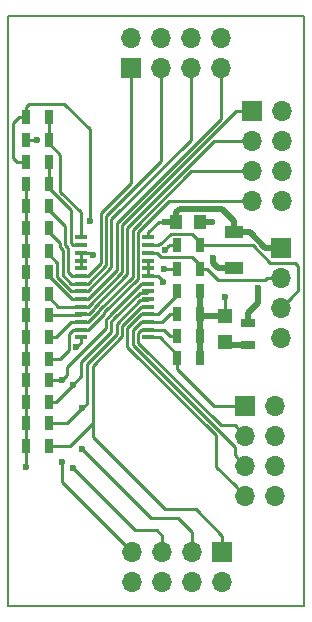
<source format=gtl>
G04 #@! TF.FileFunction,Copper,L1,Top,Signal*
%FSLAX46Y46*%
G04 Gerber Fmt 4.6, Leading zero omitted, Abs format (unit mm)*
G04 Created by KiCad (PCBNEW 4.0.2-stable) date 6/1/2017 8:35:31 PM*
%MOMM*%
G01*
G04 APERTURE LIST*
%ADD10C,0.100000*%
%ADD11C,0.150000*%
%ADD12R,1.000000X1.250000*%
%ADD13R,1.600000X1.000000*%
%ADD14R,0.700000X1.300000*%
%ADD15R,1.300000X0.700000*%
%ADD16R,1.100000X0.400000*%
%ADD17R,1.200000X1.200000*%
%ADD18R,1.700000X1.700000*%
%ADD19O,1.700000X1.700000*%
%ADD20C,0.600000*%
%ADD21C,0.250000*%
%ADD22C,0.500000*%
G04 APERTURE END LIST*
D10*
D11*
X125000000Y-100000000D02*
X100000000Y-100000000D01*
X125000000Y-150000000D02*
X125000000Y-100000000D01*
X100000000Y-150000000D02*
X125000000Y-150000000D01*
X100000000Y-100000000D02*
X100000000Y-150000000D01*
D12*
X114230400Y-117449600D03*
X116230400Y-117449600D03*
D13*
X119075200Y-118337200D03*
X119075200Y-121337200D03*
D14*
X101513600Y-116128800D03*
X103413600Y-116128800D03*
X101513600Y-118008400D03*
X103413600Y-118008400D03*
X101513600Y-119888000D03*
X103413600Y-119888000D03*
X101513600Y-121716800D03*
X103413600Y-121716800D03*
X103428800Y-112369600D03*
X101528800Y-112369600D03*
X103413600Y-108610400D03*
X101513600Y-108610400D03*
X103413600Y-110490000D03*
X101513600Y-110490000D03*
X103413600Y-114249200D03*
X101513600Y-114249200D03*
X101513600Y-123545600D03*
X103413600Y-123545600D03*
X101513600Y-125374400D03*
X103413600Y-125374400D03*
X101513600Y-127203200D03*
X103413600Y-127203200D03*
X101513600Y-129032000D03*
X103413600Y-129032000D03*
X116215200Y-128981200D03*
X114315200Y-128981200D03*
X116215200Y-127101600D03*
X114315200Y-127101600D03*
X116215200Y-125222000D03*
X114315200Y-125222000D03*
X116215200Y-123342400D03*
X114315200Y-123342400D03*
D15*
X120294400Y-125999200D03*
X120294400Y-127899200D03*
D14*
X114315200Y-119430800D03*
X116215200Y-119430800D03*
X114315200Y-121412000D03*
X116215200Y-121412000D03*
X101513600Y-136398000D03*
X103413600Y-136398000D03*
X101513600Y-134518400D03*
X103413600Y-134518400D03*
X101513600Y-132689600D03*
X103413600Y-132689600D03*
X101513600Y-130860800D03*
X103413600Y-130860800D03*
D16*
X106150000Y-118775000D03*
X106150000Y-119425000D03*
X106150000Y-120075000D03*
X106150000Y-120725000D03*
X106150000Y-121375000D03*
X106150000Y-122025000D03*
X106150000Y-122675000D03*
X106150000Y-123325000D03*
X106150000Y-123975000D03*
X106150000Y-124625000D03*
X106150000Y-125275000D03*
X106150000Y-125925000D03*
X106150000Y-126575000D03*
X106150000Y-127225000D03*
X111850000Y-127225000D03*
X111850000Y-126575000D03*
X111850000Y-125925000D03*
X111850000Y-125275000D03*
X111850000Y-124625000D03*
X111850000Y-123975000D03*
X111850000Y-123325000D03*
X111850000Y-122675000D03*
X111850000Y-122025000D03*
X111850000Y-121375000D03*
X111850000Y-120725000D03*
X111850000Y-120075000D03*
X111850000Y-119425000D03*
X111850000Y-118775000D03*
D17*
X118364000Y-127642800D03*
X118364000Y-125442800D03*
D18*
X110363000Y-104394000D03*
D19*
X110363000Y-101854000D03*
X112903000Y-104394000D03*
X112903000Y-101854000D03*
X115443000Y-104394000D03*
X115443000Y-101854000D03*
X117983000Y-104394000D03*
X117983000Y-101854000D03*
D18*
X120650000Y-108077000D03*
D19*
X123190000Y-108077000D03*
X120650000Y-110617000D03*
X123190000Y-110617000D03*
X120650000Y-113157000D03*
X123190000Y-113157000D03*
X120650000Y-115697000D03*
X123190000Y-115697000D03*
D18*
X120000000Y-133000000D03*
D19*
X122540000Y-133000000D03*
X120000000Y-135540000D03*
X122540000Y-135540000D03*
X120000000Y-138080000D03*
X122540000Y-138080000D03*
X120000000Y-140620000D03*
X122540000Y-140620000D03*
D18*
X118110000Y-145440400D03*
D19*
X118110000Y-147980400D03*
X115570000Y-145440400D03*
X115570000Y-147980400D03*
X113030000Y-145440400D03*
X113030000Y-147980400D03*
X110490000Y-145440400D03*
X110490000Y-147980400D03*
D18*
X123082000Y-119634000D03*
D19*
X123082000Y-122174000D03*
X123082000Y-124714000D03*
X123082000Y-127254000D03*
D20*
X113260148Y-119827780D03*
X113182400Y-121412000D03*
X113233200Y-117449600D03*
X106934000Y-117348000D03*
X121158000Y-123088400D03*
X113131600Y-122529600D03*
X105765600Y-128059400D03*
X117348000Y-120548400D03*
X117230400Y-117449600D03*
X101498400Y-138226800D03*
X102412800Y-110490000D03*
X118364000Y-123850400D03*
X107199900Y-120243600D03*
X106222800Y-136652000D03*
X106222800Y-133248400D03*
X105460800Y-138277600D03*
X105460800Y-131242400D03*
X104546400Y-137769600D03*
X104546400Y-130860800D03*
D21*
X111850000Y-118775000D02*
X111850000Y-118325000D01*
X111850000Y-118325000D02*
X112725400Y-117449600D01*
X112725400Y-117449600D02*
X113233200Y-117449600D01*
X113657128Y-119430800D02*
X113560147Y-119527781D01*
X113560147Y-119527781D02*
X113260148Y-119827780D01*
X114315200Y-119430800D02*
X113657128Y-119430800D01*
X114315200Y-121412000D02*
X113182400Y-121412000D01*
D22*
X121732000Y-119634000D02*
X120435200Y-118337200D01*
X120435200Y-118337200D02*
X119075200Y-118337200D01*
X113175400Y-117449600D02*
X114230400Y-117449600D01*
X114510600Y-116324600D02*
X114230400Y-116604800D01*
X114230400Y-116604800D02*
X114230400Y-117449600D01*
X119075200Y-118337200D02*
X119075200Y-117337200D01*
X119075200Y-117337200D02*
X118062600Y-116324600D01*
X118062600Y-116324600D02*
X114510600Y-116324600D01*
D21*
X106934000Y-109626400D02*
X106934000Y-117348000D01*
X104749600Y-107442000D02*
X106934000Y-109626400D01*
X101782000Y-107442000D02*
X104749600Y-107442000D01*
X101513600Y-108610400D02*
X101513600Y-107710400D01*
X101513600Y-107710400D02*
X101782000Y-107442000D01*
D22*
X121158000Y-124285600D02*
X121158000Y-123088400D01*
X120294400Y-125999200D02*
X120294400Y-125149200D01*
X120294400Y-125149200D02*
X121158000Y-124285600D01*
D21*
X101513600Y-108610400D02*
X100913600Y-108610400D01*
X100913600Y-108610400D02*
X100431600Y-109092400D01*
X100431600Y-109092400D02*
X100431600Y-112064800D01*
X100431600Y-112064800D02*
X100736400Y-112369600D01*
X100736400Y-112369600D02*
X101528800Y-112369600D01*
D22*
X123082000Y-119634000D02*
X121732000Y-119634000D01*
D21*
X111826800Y-118751800D02*
X111850000Y-118775000D01*
X122457200Y-120258800D02*
X123082000Y-119634000D01*
X112992399Y-122390399D02*
X113131600Y-122529600D01*
X112992399Y-122367399D02*
X112992399Y-122390399D01*
X106150000Y-127225000D02*
X106150000Y-127675000D01*
X106150000Y-127675000D02*
X105765600Y-128059400D01*
X101513600Y-134518400D02*
X101513600Y-136398000D01*
X101513600Y-132689600D02*
X101513600Y-134518400D01*
X101513600Y-130860800D02*
X101513600Y-132689600D01*
X101513600Y-129032000D02*
X101513600Y-130860800D01*
D22*
X117348000Y-120910000D02*
X117348000Y-120548400D01*
X119075200Y-121337200D02*
X117775200Y-121337200D01*
X117775200Y-121337200D02*
X117348000Y-120910000D01*
X116230400Y-117449600D02*
X117230400Y-117449600D01*
D21*
X111850000Y-122025000D02*
X112650000Y-122025000D01*
X112650000Y-122025000D02*
X112992399Y-122367399D01*
X101498400Y-137313200D02*
X101498400Y-138226800D01*
X101513600Y-136398000D02*
X101513600Y-137298000D01*
X101513600Y-137298000D02*
X101498400Y-137313200D01*
X102113600Y-110490000D02*
X102412800Y-110490000D01*
X101513600Y-110490000D02*
X102113600Y-110490000D01*
X101513600Y-114249200D02*
X101513600Y-116128800D01*
X118364000Y-124592800D02*
X118364000Y-123850400D01*
X118364000Y-125442800D02*
X118364000Y-124592800D01*
X107238800Y-120142000D02*
X107199900Y-120180900D01*
X107199900Y-120180900D02*
X107199900Y-120243600D01*
X107017000Y-120142000D02*
X107238800Y-120142000D01*
X106150000Y-120075000D02*
X106950000Y-120075000D01*
X106950000Y-120075000D02*
X107017000Y-120142000D01*
D22*
X118364000Y-125442800D02*
X116436000Y-125442800D01*
X116436000Y-125442800D02*
X116215200Y-125222000D01*
X116215200Y-127101600D02*
X116215200Y-128981200D01*
X116215200Y-125222000D02*
X116215200Y-127101600D01*
X116215200Y-123342400D02*
X116215200Y-125222000D01*
D21*
X101513600Y-116128800D02*
X101513600Y-118008400D01*
X101513600Y-118008400D02*
X101513600Y-119888000D01*
X101513600Y-119888000D02*
X101513600Y-121716800D01*
X101513600Y-121716800D02*
X101513600Y-123545600D01*
X101513600Y-123545600D02*
X101513600Y-125374400D01*
X101513600Y-125374400D02*
X101513600Y-127203200D01*
X101513600Y-127203200D02*
X101513600Y-129032000D01*
X111850000Y-120725000D02*
X111850000Y-121375000D01*
X111850000Y-121375000D02*
X111850000Y-122025000D01*
X106150000Y-120075000D02*
X106150000Y-120725000D01*
X106150000Y-120725000D02*
X106150000Y-121375000D01*
X110363000Y-114122200D02*
X110363000Y-105494000D01*
X107824922Y-116660278D02*
X110363000Y-114122200D01*
X106150000Y-122025000D02*
X106723711Y-122025000D01*
X110363000Y-105494000D02*
X110363000Y-104394000D01*
X106723711Y-122025000D02*
X107824922Y-120923789D01*
X107824922Y-120923789D02*
X107824922Y-116660278D01*
X105350000Y-122025000D02*
X106150000Y-122025000D01*
X104824988Y-119421401D02*
X105054399Y-119650812D01*
X103413600Y-116428800D02*
X104824988Y-117840188D01*
X103413600Y-116128800D02*
X103413600Y-116428800D01*
X105054399Y-121729399D02*
X105350000Y-122025000D01*
X105054399Y-119650812D02*
X105054399Y-121729399D01*
X104824988Y-117840188D02*
X104824988Y-119421401D01*
X106150000Y-122675000D02*
X106724415Y-122675000D01*
X112903000Y-112293400D02*
X112903000Y-105596081D01*
X108274933Y-116921467D02*
X112903000Y-112293400D01*
X108274933Y-121124482D02*
X108274933Y-116921467D01*
X106724415Y-122675000D02*
X108274933Y-121124482D01*
X112903000Y-105596081D02*
X112903000Y-104394000D01*
X105350000Y-122675000D02*
X106150000Y-122675000D01*
X105325389Y-122675000D02*
X105350000Y-122675000D01*
X104604389Y-121954000D02*
X105325389Y-122675000D01*
X103413600Y-118308400D02*
X104374977Y-119269777D01*
X104604388Y-119837212D02*
X104604389Y-121954000D01*
X104374977Y-119607801D02*
X104604388Y-119837212D01*
X104374977Y-119269777D02*
X104374977Y-119607801D01*
X103413600Y-118008400D02*
X103413600Y-118308400D01*
X115443000Y-105596081D02*
X115443000Y-104394000D01*
X115443000Y-110515400D02*
X115443000Y-105596081D01*
X106710826Y-123325000D02*
X108724944Y-121310882D01*
X106150000Y-123325000D02*
X106710826Y-123325000D01*
X108724944Y-121310882D02*
X108724944Y-117233456D01*
X108724944Y-117233456D02*
X115443000Y-110515400D01*
X105338978Y-123325000D02*
X105350000Y-123325000D01*
X103413600Y-119888000D02*
X103413600Y-120188000D01*
X103413600Y-120188000D02*
X104147189Y-120921589D01*
X104147189Y-122133211D02*
X105338978Y-123325000D01*
X104147189Y-120921589D02*
X104147189Y-122133211D01*
X105350000Y-123325000D02*
X106150000Y-123325000D01*
X109174955Y-117569399D02*
X117983000Y-108761354D01*
X117983000Y-105596081D02*
X117983000Y-104394000D01*
X117983000Y-108761354D02*
X117983000Y-105596081D01*
X109174955Y-121523370D02*
X109174955Y-117569399D01*
X106723325Y-123975000D02*
X109174955Y-121523370D01*
X106150000Y-123975000D02*
X106723325Y-123975000D01*
X105350000Y-123975000D02*
X106150000Y-123975000D01*
X103413600Y-122038600D02*
X105350000Y-123975000D01*
X103413600Y-121716800D02*
X103413600Y-122038600D01*
X105464998Y-119425000D02*
X106150000Y-119425000D01*
X105274999Y-116410599D02*
X105274999Y-119235001D01*
X105274999Y-119235001D02*
X105464998Y-119425000D01*
X103413600Y-114549200D02*
X105274999Y-116410599D01*
X103413600Y-114249200D02*
X103413600Y-114549200D01*
X103413600Y-114249200D02*
X103413600Y-112384800D01*
X103413600Y-112384800D02*
X103428800Y-112369600D01*
X104394000Y-111770400D02*
X104394000Y-114887787D01*
X104394000Y-114887787D02*
X106150000Y-116643787D01*
X106150000Y-116643787D02*
X106150000Y-118325000D01*
X106150000Y-118325000D02*
X106150000Y-118775000D01*
X103413600Y-110490000D02*
X103413600Y-110790000D01*
X103413600Y-110790000D02*
X104394000Y-111770400D01*
X103413600Y-110490000D02*
X103413600Y-108610400D01*
X119303766Y-108077000D02*
X119550000Y-108077000D01*
X106709736Y-124625000D02*
X109624966Y-121709770D01*
X106150000Y-124625000D02*
X106709736Y-124625000D01*
X109624966Y-117755799D02*
X119303766Y-108077000D01*
X109624966Y-121709770D02*
X109624966Y-117755799D01*
X119550000Y-108077000D02*
X120650000Y-108077000D01*
X105350000Y-124625000D02*
X106150000Y-124625000D01*
X104193000Y-124625000D02*
X105350000Y-124625000D01*
X103413600Y-123845600D02*
X104193000Y-124625000D01*
X103413600Y-123545600D02*
X103413600Y-123845600D01*
X110074977Y-121896170D02*
X110074977Y-117942199D01*
X106150000Y-125275000D02*
X106797746Y-125275000D01*
X119447919Y-110617000D02*
X120650000Y-110617000D01*
X117400176Y-110617000D02*
X119447919Y-110617000D01*
X110074977Y-117942199D02*
X117400176Y-110617000D01*
X107223947Y-124747199D02*
X110074977Y-121896170D01*
X106797746Y-125275000D02*
X107223947Y-124848799D01*
X107223947Y-124848799D02*
X107223947Y-124747199D01*
X103413600Y-125374400D02*
X106050600Y-125374400D01*
X106050600Y-125374400D02*
X106150000Y-125275000D01*
X106150000Y-125925000D02*
X106784157Y-125925000D01*
X106784157Y-125925000D02*
X107673958Y-125035199D01*
X107673958Y-125035199D02*
X107673958Y-124933599D01*
X107673958Y-124933599D02*
X110524988Y-122082570D01*
X110524988Y-122082570D02*
X110524988Y-118128599D01*
X115496587Y-113157000D02*
X119447919Y-113157000D01*
X110524988Y-118128599D02*
X115496587Y-113157000D01*
X119447919Y-113157000D02*
X120650000Y-113157000D01*
X103413600Y-127203200D02*
X104013600Y-127203200D01*
X104013600Y-127203200D02*
X105291800Y-125925000D01*
X105291800Y-125925000D02*
X105350000Y-125925000D01*
X105350000Y-125925000D02*
X106150000Y-125925000D01*
X106150000Y-126575000D02*
X106770567Y-126575000D01*
X113592998Y-115697000D02*
X119447919Y-115697000D01*
X110974999Y-118314999D02*
X113592998Y-115697000D01*
X106770567Y-126575000D02*
X108123969Y-125221599D01*
X108123969Y-125221599D02*
X108123969Y-125119999D01*
X110974999Y-122268970D02*
X110974999Y-118314999D01*
X119447919Y-115697000D02*
X120650000Y-115697000D01*
X108123969Y-125119999D02*
X110974999Y-122268970D01*
X103413600Y-129032000D02*
X104343200Y-129032000D01*
X105479400Y-126575000D02*
X106150000Y-126575000D01*
X105105200Y-126949200D02*
X105479400Y-126575000D01*
X105105200Y-128270000D02*
X105105200Y-126949200D01*
X104343200Y-129032000D02*
X105105200Y-128270000D01*
X114315200Y-128981200D02*
X114315200Y-129881200D01*
X114315200Y-129881200D02*
X117434000Y-133000000D01*
X117434000Y-133000000D02*
X118900000Y-133000000D01*
X118900000Y-133000000D02*
X120000000Y-133000000D01*
X114315200Y-128981200D02*
X114315200Y-128681200D01*
X114315200Y-128681200D02*
X112859000Y-127225000D01*
X112859000Y-127225000D02*
X112650000Y-127225000D01*
X112650000Y-127225000D02*
X111850000Y-127225000D01*
X110974999Y-126825442D02*
X110974999Y-127685001D01*
X110974999Y-127685001D02*
X117979999Y-134690001D01*
X117979999Y-134690001D02*
X119150001Y-134690001D01*
X111225442Y-126575000D02*
X110974999Y-126825442D01*
X119150001Y-134690001D02*
X120000000Y-135540000D01*
X111850000Y-126575000D02*
X111225442Y-126575000D01*
X114315200Y-127101600D02*
X113715200Y-127101600D01*
X112650000Y-126575000D02*
X111850000Y-126575000D01*
X113715200Y-127101600D02*
X113188600Y-126575000D01*
X113188600Y-126575000D02*
X112650000Y-126575000D01*
X110524988Y-127871401D02*
X119150001Y-136496413D01*
X111850000Y-125925000D02*
X111239031Y-125925000D01*
X111239031Y-125925000D02*
X110524988Y-126639042D01*
X119150001Y-137230001D02*
X120000000Y-138080000D01*
X110524988Y-126639042D02*
X110524988Y-127871401D01*
X119150001Y-136496413D02*
X119150001Y-137230001D01*
X114315200Y-125222000D02*
X113715200Y-125222000D01*
X113715200Y-125222000D02*
X113012200Y-125925000D01*
X113012200Y-125925000D02*
X112650000Y-125925000D01*
X112650000Y-125925000D02*
X111850000Y-125925000D01*
X111252620Y-125275000D02*
X110074977Y-126452644D01*
X110074977Y-128057801D02*
X117551200Y-135534023D01*
X110074977Y-126452644D02*
X110074977Y-128057801D01*
X119150001Y-139770001D02*
X120000000Y-140620000D01*
X111850000Y-125275000D02*
X111252620Y-125275000D01*
X117551200Y-138171200D02*
X119150001Y-139770001D01*
X117551200Y-135534023D02*
X117551200Y-138171200D01*
X114315200Y-123342400D02*
X114315200Y-123642400D01*
X114315200Y-123642400D02*
X112682600Y-125275000D01*
X112682600Y-125275000D02*
X112650000Y-125275000D01*
X112650000Y-125275000D02*
X111850000Y-125275000D01*
D22*
X120294400Y-127899200D02*
X118620400Y-127899200D01*
X118620400Y-127899200D02*
X118364000Y-127642800D01*
D21*
X115540199Y-118455799D02*
X116215200Y-119130800D01*
X112650000Y-119425000D02*
X112724991Y-119350009D01*
X113751389Y-118455799D02*
X115540199Y-118455799D01*
X112724991Y-119350009D02*
X112857179Y-119350009D01*
X111850000Y-119425000D02*
X112650000Y-119425000D01*
X116215200Y-119130800D02*
X116215200Y-119430800D01*
X112857179Y-119350009D02*
X113751389Y-118455799D01*
X123931999Y-123864001D02*
X123082000Y-124714000D01*
X124561600Y-123234400D02*
X123931999Y-123864001D01*
X124561600Y-121208800D02*
X124561600Y-123234400D01*
X120700800Y-119430800D02*
X122174000Y-120904000D01*
X122174000Y-120904000D02*
X124256800Y-120904000D01*
X116215200Y-119430800D02*
X120700800Y-119430800D01*
X124256800Y-120904000D02*
X124561600Y-121208800D01*
X113560150Y-120452782D02*
X113575933Y-120436999D01*
X111850000Y-120075000D02*
X112582364Y-120075000D01*
X113575933Y-120436999D02*
X115540199Y-120436999D01*
X116215200Y-121112000D02*
X116215200Y-121412000D01*
X115540199Y-120436999D02*
X116215200Y-121112000D01*
X112582364Y-120075000D02*
X112960146Y-120452782D01*
X112960146Y-120452782D02*
X113560150Y-120452782D01*
X116215200Y-121412000D02*
X116815200Y-121412000D01*
X116815200Y-121412000D02*
X117737812Y-122334612D01*
X117737812Y-122334612D02*
X121719307Y-122334612D01*
X121879919Y-122174000D02*
X123082000Y-122174000D01*
X121719307Y-122334612D02*
X121879919Y-122174000D01*
X115874800Y-141782800D02*
X118110000Y-144018000D01*
X118110000Y-144018000D02*
X118110000Y-145440400D01*
X113233200Y-141782800D02*
X115874800Y-141782800D01*
X107137200Y-135686800D02*
X113233200Y-141782800D01*
X107137200Y-134467600D02*
X107137200Y-135686800D01*
X107137200Y-134467600D02*
X105206800Y-136398000D01*
X105206800Y-136398000D02*
X103413600Y-136398000D01*
X107137200Y-129641600D02*
X107137200Y-134467600D01*
X109624967Y-127153833D02*
X107137200Y-129641600D01*
X109624967Y-126266243D02*
X109624967Y-127153833D01*
X111850000Y-124625000D02*
X111266211Y-124625000D01*
X111266211Y-124625000D02*
X109624967Y-126266243D01*
X106222800Y-136652000D02*
X112115600Y-142544800D01*
X112115600Y-142544800D02*
X114401600Y-142544800D01*
X114401600Y-142544800D02*
X115570000Y-143713200D01*
X115570000Y-143713200D02*
X115570000Y-145440400D01*
X106222800Y-133248400D02*
X104952800Y-134518400D01*
X106629200Y-132842000D02*
X106222800Y-133248400D01*
X111850000Y-123975000D02*
X111850000Y-124099999D01*
X111850000Y-124099999D02*
X111154802Y-124099999D01*
X106629200Y-129489200D02*
X106629200Y-132842000D01*
X111154802Y-124099999D02*
X109174956Y-126079844D01*
X109174956Y-126079844D02*
X109174956Y-126943444D01*
X109174956Y-126943444D02*
X106629200Y-129489200D01*
X104952800Y-134518400D02*
X103413600Y-134518400D01*
X105460800Y-138277600D02*
X110744000Y-143560800D01*
X110744000Y-143560800D02*
X112572800Y-143560800D01*
X112572800Y-143560800D02*
X113030000Y-144018000D01*
X113030000Y-144018000D02*
X113030000Y-145440400D01*
X105460800Y-131242400D02*
X104013600Y-132689600D01*
X106179191Y-130524009D02*
X105460800Y-131242400D01*
X106179191Y-129302799D02*
X106179191Y-130524009D01*
X104013600Y-132689600D02*
X103413600Y-132689600D01*
X108724945Y-126757045D02*
X106179191Y-129302799D01*
X108724945Y-125893444D02*
X108724945Y-126757045D01*
X108988556Y-125605844D02*
X108988556Y-125629833D01*
X108988556Y-125629833D02*
X108724945Y-125893444D01*
X111144401Y-123449999D02*
X108988556Y-125605844D01*
X111850000Y-123325000D02*
X111725001Y-123449999D01*
X111144401Y-123449999D02*
X111850000Y-123325000D01*
X111725001Y-123449999D02*
X111144401Y-123449999D01*
X104546400Y-137769600D02*
X104546400Y-139496800D01*
X104546400Y-139496800D02*
X110490000Y-145440400D01*
X111850000Y-122675000D02*
X111205379Y-122675000D01*
X108274934Y-125707044D02*
X108274934Y-126435069D01*
X111205379Y-122675000D02*
X108573980Y-125306399D01*
X108573980Y-125306399D02*
X108573980Y-125407998D01*
X108573980Y-125407998D02*
X108274934Y-125707044D01*
X108274934Y-126435069D02*
X105003600Y-129706403D01*
X105003600Y-129706403D02*
X105003600Y-130403600D01*
X105003600Y-130403600D02*
X104546400Y-130860800D01*
X104546400Y-130860800D02*
X103413600Y-130860800D01*
M02*

</source>
